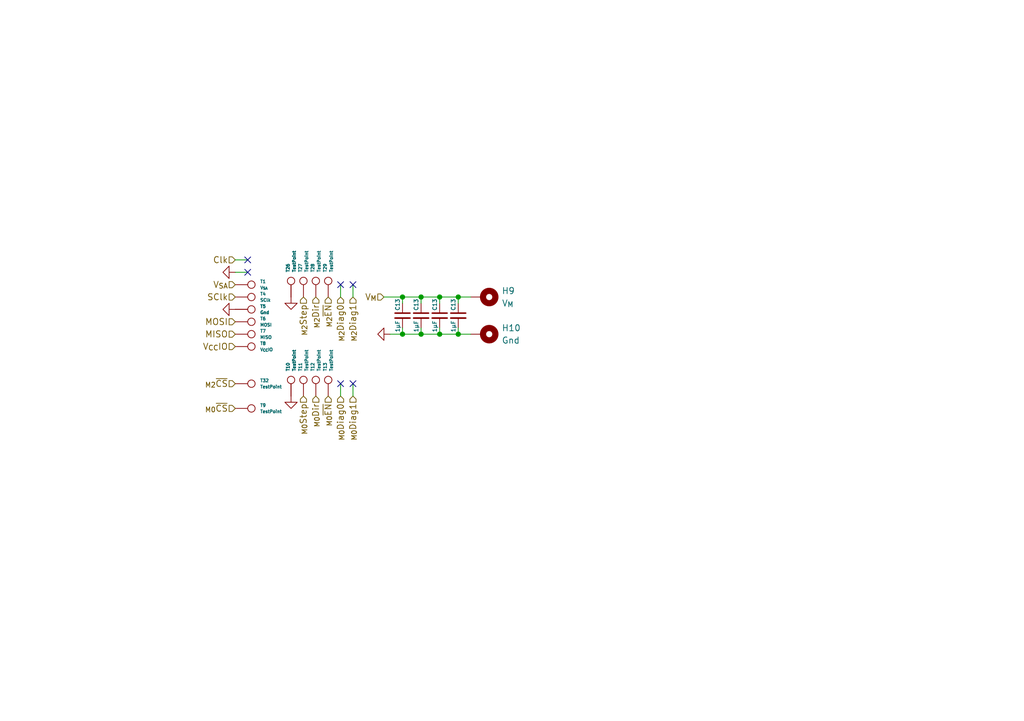
<source format=kicad_sch>
(kicad_sch (version 20230121) (generator eeschema)
  (paper "A5")
  (title_block (title "Motor Expansion Socket"))
  (lib_symbols
    (symbol "Connector:TestPoint" (pin_numbers hide) (pin_names (offset 0.762) hide)
      (property "Reference" "TP" (at 0 6.858 0))
      (property "Value" "TestPoint" (at 0 5.08 0))
      (symbol "TestPoint_0_1"
        (circle (center 0 3.302) (radius 0.762))
      )
      (symbol "TestPoint_1_1"
        (pin passive line (at 0 0 90) (length 2.54) (name "1") (number "1"))
      )
    )
    (symbol "Device:C_Small" (pin_numbers hide) (pin_names (offset 0.254) hide)
      (property "Reference" "C" (at 0.254 1.778 0))
      (property "Value" "C_Small" (at 0.254 -2.032 0))
      (symbol "C_Small_0_1"
        (polyline (pts (xy -1.524 -0.508) (xy 1.524 -0.508)) (stroke (width 0.3302)))
        (polyline (pts (xy -1.524 0.508) (xy 1.524 0.508)) (stroke (width 0.3048)))
      )
      (symbol "C_Small_1_1"
        (pin passive line (at 0 2.54 270) (length 2.032) (name "~") (number "1"))
        (pin passive line (at 0 -2.54 90) (length 2.032) (name "~") (number "2"))
      )
    )
    (symbol "Mechanical:MountingHole_Pad" (pin_numbers hide) (pin_names (offset 1.016) hide)
      (property "Reference" "H" (at 0 6.35 0))
      (property "Value" "MountingHole_Pad" (at 0 4.445 0))
      (symbol "MountingHole_Pad_0_1"
        (circle (center 0 1.27) (radius 1.27) (stroke (width 1.27)))
      )
      (symbol "MountingHole_Pad_1_1"
        (pin input line (at 0 -2.54 90) (length 2.54) (name "1") (number "1"))
      )
    )
    (symbol "power:GND" (power) (pin_names (offset 0))
      (property "Value" "GND" (at 0 -3.81 0))
      (symbol "GND_0_1"
        (polyline (pts (xy 0 0) (xy 0 -1.27) (xy 1.27 -1.27) (xy 0 -2.54) (xy -1.27 -1.27) (xy 0 -1.27)))
      )
      (symbol "GND_1_1"
        (pin power_in line (at 0 0 270) (length 0) hide (name "GND") (number "1"))
      )
    )
  )
  (junction (at 90.17 60.96))
  (junction (at 90.17 68.58))
  (junction (at 93.98 68.58))
  (junction (at 82.55 60.96))
  (junction (at 86.36 60.96))
  (junction (at 82.55 68.58))
  (junction (at 93.98 60.96))
  (junction (at 86.36 68.58))
  (no_connect (at 72.39 58.42))
  (no_connect (at 50.8 55.88))
  (no_connect (at 72.39 78.74))
  (no_connect (at 69.85 78.74))
  (no_connect (at 69.85 58.42))
  (no_connect (at 50.8 53.34))
  (wire (pts (xy 78.74 60.96) (xy 82.55 60.96)))
  (wire (pts (xy 69.85 58.42) (xy 69.85 60.96)))
  (wire (pts (xy 72.39 78.74) (xy 72.39 81.28)))
  (wire (pts (xy 93.98 68.58) (xy 96.52 68.58)))
  (wire (pts (xy 90.17 62.23) (xy 90.17 60.96)))
  (wire (pts (xy 93.98 62.23) (xy 93.98 60.96)))
  (wire (pts (xy 80.01 68.58) (xy 82.55 68.58)))
  (wire (pts (xy 90.17 67.31) (xy 90.17 68.58)))
  (wire (pts (xy 72.39 58.42) (xy 72.39 60.96)))
  (wire (pts (xy 86.36 68.58) (xy 90.17 68.58)))
  (wire (pts (xy 82.55 68.58) (xy 86.36 68.58)))
  (wire (pts (xy 82.55 67.31) (xy 82.55 68.58)))
  (wire (pts (xy 69.85 78.74) (xy 69.85 81.28)))
  (wire (pts (xy 82.55 62.23) (xy 82.55 60.96)))
  (wire (pts (xy 86.36 62.23) (xy 86.36 60.96)))
  (wire (pts (xy 90.17 68.58) (xy 93.98 68.58)))
  (wire (pts (xy 93.98 60.96) (xy 96.52 60.96)))
  (wire (pts (xy 86.36 67.31) (xy 86.36 68.58)))
  (wire (pts (xy 82.55 60.96) (xy 86.36 60.96)))
  (wire (pts (xy 48.26 55.88) (xy 50.8 55.88)))
  (wire (pts (xy 48.26 53.34) (xy 50.8 53.34)))
  (wire (pts (xy 93.98 67.31) (xy 93.98 68.58)))
  (wire (pts (xy 90.17 60.96) (xy 93.98 60.96)))
  (wire (pts (xy 86.36 60.96) (xy 90.17 60.96)))
  (hierarchical_label "V_{M}" (shape input) (at 78.74 60.96 180))
  (hierarchical_label "V_{SA}" (shape input) (at 48.26 58.42 180))
  (hierarchical_label "_{M0}~{EN}" (shape input) (at 67.31 81.28 270))
  (hierarchical_label "_{M2}Diag0" (shape input) (at 69.85 60.96 270))
  (hierarchical_label "MOSI" (shape input) (at 48.26 66.04 180))
  (hierarchical_label "MISO" (shape input) (at 48.26 68.58 180))
  (hierarchical_label "_{M0}Diag1" (shape input) (at 72.39 81.28 270))
  (hierarchical_label "_{M2}~{EN}" (shape input) (at 67.31 60.96 270))
  (hierarchical_label "_{M0}Dir" (shape input) (at 64.77 81.28 270))
  (hierarchical_label "_{M2}~{CS}" (shape input) (at 48.26 78.74 180))
  (hierarchical_label "_{M2}Dir" (shape input) (at 64.77 60.96 270))
  (hierarchical_label "_{M0}Diag0" (shape input) (at 69.85 81.28 270))
  (hierarchical_label "_{M0}~{CS}" (shape input) (at 48.26 83.82 180))
  (hierarchical_label "SClk" (shape input) (at 48.26 60.96 180))
  (hierarchical_label "_{M0}Step" (shape input) (at 62.23 81.28 270))
  (hierarchical_label "Clk" (shape input) (at 48.26 53.34 180))
  (hierarchical_label "_{M2}Diag1" (shape input) (at 72.39 60.96 270))
  (hierarchical_label "V_{CC}IO" (shape input) (at 48.26 71.12 180))
  (hierarchical_label "_{M2}Step" (shape input) (at 62.23 60.96 270))
  (symbol (lib_id "Mechanical:MountingHole_Pad") (at 99.06 60.96 270) (unit 1)
    (property "Reference" "H9" (at 102.87 59.69 90) (effects (justify left)))
    (property "Value" "V_{M}" (at 102.87 62.23 90) (effects (justify left)))
    (property "Footprint" "corevus:M3_M2.5_PCB_Nut" (effects hide))
    (instances (project "mainboard" (path "" (reference "H9") (unit 1)) (path "" (reference "H5") (unit 1))))
  )
  (symbol (lib_id "Connector:TestPoint") (at 48.26 66.04 270) (unit 1)
    (property "Reference" "T6" (at 53.34 65.405 90) (effects (font (size 0.635 0.635)) (justify left)))
    (property "Value" "MOSI" (at 53.34 66.675 90) (effects (font (size 0.635 0.635)) (justify left)))
    (property "Footprint" "corevus:LGA_Spring" (effects hide))
    (instances (project "mainboard" (path "" (reference "T6") (unit 1)) (path "" (reference "T38") (unit 1))))
  )
  (symbol (lib_id "Connector:TestPoint") (at 48.26 71.12 270) (unit 1)
    (property "Reference" "T8" (at 53.34 70.485 90) (effects (font (size 0.635 0.635)) (justify left)))
    (property "Value" "V_{CC}IO" (at 53.34 71.755 90) (effects (font (size 0.635 0.635)) (justify left)))
    (property "Footprint" "corevus:LGA_Spring" (effects hide))
    (instances (project "mainboard" (path "" (reference "T8") (unit 1)) (path "" (reference "T40") (unit 1))))
  )
  (symbol (lib_id "power:GND") (at 48.26 63.5 270) (mirror x) (unit 1)
    (property "Reference" "#PWR?" (effects hide))
    (property "Value" "GND" (effects hide))
    (instances (project "mainboard" (path "" (reference "#PWR?") (unit 1)) (path "" (reference "#PWR096") (unit 1)) (path "" (reference "#PWR0188") (unit 1))))
  )
  (symbol (lib_id "Connector:TestPoint") (at 59.69 81.28 0) (unit 1)
    (property "Reference" "T10" (at 59.055 76.2 90) (effects (font (size 0.635 0.635)) (justify left)))
    (property "Value" "TestPoint" (at 60.325 76.2 90) (effects (font (size 0.635 0.635)) (justify left)))
    (property "Footprint" "corevus:LGA_Spring" (effects hide))
    (instances (project "mainboard" (path "" (reference "T10") (unit 1)) (path "" (reference "T44") (unit 1))))
  )
  (symbol (lib_id "Device:C_Small") (at 86.36 64.77 0) (unit 1)
    (property "Reference" "C13" (at 85.36 63.77 90) (effects (font (size 0.8 0.8)) (justify left)))
    (property "Value" "1μF" (at 85.36 65.77 90) (effects (font (size 0.8 0.8)) (justify right)))
    (property "Footprint" "Capacitor_SMD:C_0805_2012Metric" (effects hide))
    (instances (project "driver-tmc5160" (path "" (reference "C13") (unit 1))) (project "mainboard" (path "" (reference "C44") (unit 1)) (path "" (reference "C56") (unit 1)) (path "" (reference "C60") (unit 1)) (path "" (reference "C61") (unit 1))))
  )
  (symbol (lib_id "Connector:TestPoint") (at 62.23 60.96 0) (unit 1)
    (property "Reference" "T27" (at 61.595 55.88 90) (effects (font (size 0.635 0.635)) (justify left)))
    (property "Value" "TestPoint" (at 62.865 55.88 90) (effects (font (size 0.635 0.635)) (justify left)))
    (property "Footprint" "corevus:LGA_Spring" (effects hide))
    (instances (project "mainboard" (path "" (reference "T27") (unit 1)) (path "" (reference "T45") (unit 1))))
  )
  (symbol (lib_id "Connector:TestPoint") (at 64.77 60.96 0) (unit 1)
    (property "Reference" "T28" (at 64.135 55.88 90) (effects (font (size 0.635 0.635)) (justify left)))
    (property "Value" "TestPoint" (at 65.405 55.88 90) (effects (font (size 0.635 0.635)) (justify left)))
    (property "Footprint" "corevus:LGA_Spring" (effects hide))
    (instances (project "mainboard" (path "" (reference "T28") (unit 1)) (path "" (reference "T47") (unit 1))))
  )
  (symbol (lib_id "Connector:TestPoint") (at 67.31 81.28 0) (unit 1)
    (property "Reference" "T13" (at 66.675 76.2 90) (effects (font (size 0.635 0.635)) (justify left)))
    (property "Value" "TestPoint" (at 67.945 76.2 90) (effects (font (size 0.635 0.635)) (justify left)))
    (property "Footprint" "corevus:LGA_Spring" (effects hide))
    (instances (project "mainboard" (path "" (reference "T13") (unit 1)) (path "" (reference "T50") (unit 1))))
  )
  (symbol (lib_id "power:GND") (at 59.69 81.28 0) (mirror y) (unit 1)
    (property "Reference" "#PWR?" (effects hide))
    (property "Value" "GND" (effects hide))
    (instances (project "mainboard" (path "" (reference "#PWR?") (unit 1)) (path "" (reference "#PWR097") (unit 1)) (path "" (reference "#PWR0193") (unit 1))))
  )
  (symbol (lib_id "Device:C_Small") (at 90.17 64.77 0) (unit 1)
    (property "Reference" "C13" (at 89.17 63.77 90) (effects (font (size 0.8 0.8)) (justify left)))
    (property "Value" "1μF" (at 89.17 65.77 90) (effects (font (size 0.8 0.8)) (justify right)))
    (property "Footprint" "Capacitor_SMD:C_0805_2012Metric" (effects hide))
    (instances (project "driver-tmc5160" (path "" (reference "C13") (unit 1))) (project "mainboard" (path "" (reference "C44") (unit 1)) (path "" (reference "C56") (unit 1)) (path "" (reference "C62") (unit 1)) (path "" (reference "C64") (unit 1))))
  )
  (symbol (lib_id "Connector:TestPoint") (at 48.26 83.82 270) (unit 1)
    (property "Reference" "T9" (at 53.34 83.185 90) (effects (font (size 0.635 0.635)) (justify left)))
    (property "Value" "TestPoint" (at 53.34 84.455 90) (effects (font (size 0.635 0.635)) (justify left)))
    (property "Footprint" "corevus:LGA_Spring" (effects hide))
    (instances (project "mainboard" (path "" (reference "T9") (unit 1)) (path "" (reference "T41") (unit 1))))
  )
  (symbol (lib_id "Connector:TestPoint") (at 48.26 78.74 270) (unit 1)
    (property "Reference" "T32" (at 53.34 78.105 90) (effects (font (size 0.635 0.635)) (justify left)))
    (property "Value" "TestPoint" (at 53.34 79.375 90) (effects (font (size 0.635 0.635)) (justify left)))
    (property "Footprint" "corevus:LGA_Spring" (effects hide))
    (instances (project "mainboard" (path "" (reference "T32") (unit 1)) (path "" (reference "T42") (unit 1))))
  )
  (symbol (lib_id "Connector:TestPoint") (at 48.26 68.58 270) (unit 1)
    (property "Reference" "T7" (at 53.34 67.945 90) (effects (font (size 0.635 0.635)) (justify left)))
    (property "Value" "MISO" (at 53.34 69.215 90) (effects (font (size 0.635 0.635)) (justify left)))
    (property "Footprint" "corevus:LGA_Spring" (effects hide))
    (instances (project "mainboard" (path "" (reference "T7") (unit 1)) (path "" (reference "T39") (unit 1))))
  )
  (symbol (lib_id "Connector:TestPoint") (at 48.26 60.96 270) (unit 1)
    (property "Reference" "T4" (at 53.34 60.325 90) (effects (font (size 0.635 0.635)) (justify left)))
    (property "Value" "SClk" (at 53.34 61.595 90) (effects (font (size 0.635 0.635)) (justify left)))
    (property "Footprint" "corevus:LGA_Spring" (effects hide))
    (instances (project "mainboard" (path "" (reference "T4") (unit 1)) (path "" (reference "T36") (unit 1))))
  )
  (symbol (lib_id "Connector:TestPoint") (at 48.26 58.42 270) (unit 1)
    (property "Reference" "T1" (at 53.34 57.785 90) (effects (font (size 0.635 0.635)) (justify left)))
    (property "Value" "V_{SA}" (at 53.34 59.055 90) (effects (font (size 0.635 0.635)) (justify left)))
    (property "Footprint" "corevus:LGA_Spring" (effects hide))
    (instances (project "mainboard" (path "" (reference "T1") (unit 1)) (path "" (reference "T33") (unit 1))))
  )
  (symbol (lib_id "Connector:TestPoint") (at 59.69 60.96 0) (unit 1)
    (property "Reference" "T26" (at 59.055 55.88 90) (effects (font (size 0.635 0.635)) (justify left)))
    (property "Value" "TestPoint" (at 60.325 55.88 90) (effects (font (size 0.635 0.635)) (justify left)))
    (property "Footprint" "corevus:LGA_Spring" (effects hide))
    (instances (project "mainboard" (path "" (reference "T26") (unit 1)) (path "" (reference "T43") (unit 1))))
  )
  (symbol (lib_id "Connector:TestPoint") (at 48.26 63.5 270) (unit 1)
    (property "Reference" "T5" (at 53.34 62.865 90) (effects (font (size 0.635 0.635)) (justify left)))
    (property "Value" "Gnd" (at 53.34 64.135 90) (effects (font (size 0.635 0.635)) (justify left)))
    (property "Footprint" "corevus:LGA_Spring" (effects hide))
    (instances (project "mainboard" (path "" (reference "T5") (unit 1)) (path "" (reference "T37") (unit 1))))
  )
  (symbol (lib_id "Connector:TestPoint") (at 62.23 81.28 0) (unit 1)
    (property "Reference" "T11" (at 61.595 76.2 90) (effects (font (size 0.635 0.635)) (justify left)))
    (property "Value" "TestPoint" (at 62.865 76.2 90) (effects (font (size 0.635 0.635)) (justify left)))
    (property "Footprint" "corevus:LGA_Spring" (effects hide))
    (instances (project "mainboard" (path "" (reference "T11") (unit 1)) (path "" (reference "T46") (unit 1))))
  )
  (symbol (lib_id "Device:C_Small") (at 82.55 64.77 0) (unit 1)
    (property "Reference" "C13" (at 81.55 63.77 90) (effects (font (size 0.8 0.8)) (justify left)))
    (property "Value" "1μF" (at 81.55 65.77 90) (effects (font (size 0.8 0.8)) (justify right)))
    (property "Footprint" "Capacitor_SMD:C_0805_2012Metric" (effects hide))
    (instances (project "driver-tmc5160" (path "" (reference "C13") (unit 1))) (project "mainboard" (path "" (reference "C44") (unit 1)) (path "" (reference "C56") (unit 1)) (path "" (reference "C58") (unit 1)) (path "" (reference "C59") (unit 1))))
  )
  (symbol (lib_id "Mechanical:MountingHole_Pad") (at 99.06 68.58 270) (unit 1)
    (property "Reference" "H10" (at 102.87 67.31 90) (effects (justify left)))
    (property "Value" "Gnd" (at 102.87 69.85 90) (effects (justify left)))
    (property "Footprint" "corevus:M3_M2.5_PCB_Nut" (effects hide))
    (instances (project "mainboard" (path "" (reference "H10") (unit 1)) (path "" (reference "H6") (unit 1))))
  )
  (symbol (lib_id "Connector:TestPoint") (at 64.77 81.28 0) (unit 1)
    (property "Reference" "T12" (at 64.135 76.2 90) (effects (font (size 0.635 0.635)) (justify left)))
    (property "Value" "TestPoint" (at 65.405 76.2 90) (effects (font (size 0.635 0.635)) (justify left)))
    (property "Footprint" "corevus:LGA_Spring" (effects hide))
    (instances (project "mainboard" (path "" (reference "T12") (unit 1)) (path "" (reference "T48") (unit 1))))
  )
  (symbol (lib_id "Connector:TestPoint") (at 67.31 60.96 0) (unit 1)
    (property "Reference" "T29" (at 66.675 55.88 90) (effects (font (size 0.635 0.635)) (justify left)))
    (property "Value" "TestPoint" (at 67.945 55.88 90) (effects (font (size 0.635 0.635)) (justify left)))
    (property "Footprint" "corevus:LGA_Spring" (effects hide))
    (instances (project "mainboard" (path "" (reference "T29") (unit 1)) (path "" (reference "T49") (unit 1))))
  )
  (symbol (lib_id "power:GND") (at 59.69 60.96 0) (mirror y) (unit 1)
    (property "Reference" "#PWR?" (effects hide))
    (property "Value" "GND" (effects hide))
    (instances (project "mainboard" (path "" (reference "#PWR?") (unit 1)) (path "" (reference "#PWR0176") (unit 1)) (path "" (reference "#PWR0189") (unit 1))))
  )
  (symbol (lib_id "power:GND") (at 48.26 55.88 270) (mirror x) (unit 1)
    (property "Reference" "#PWR?" (effects hide))
    (property "Value" "GND" (effects hide))
    (instances (project "mainboard" (path "" (reference "#PWR?") (unit 1)) (path "" (reference "#PWR095") (unit 1)) (path "" (reference "#PWR0187") (unit 1))))
  )
  (symbol (lib_id "power:GND") (at 80.01 68.58 270) (unit 1)
    (property "Reference" "#PWR?" (effects hide))
    (property "Value" "GND" (effects hide))
    (instances (project "mainboard" (path "" (reference "#PWR?") (unit 1)) (path "" (reference "#PWR098") (unit 1)) (path "" (reference "#PWR0194") (unit 1))))
  )
  (symbol (lib_id "Device:C_Small") (at 93.98 64.77 0) (unit 1)
    (property "Reference" "C13" (at 92.98 63.77 90) (effects (font (size 0.8 0.8)) (justify left)))
    (property "Value" "1μF" (at 92.98 65.77 90) (effects (font (size 0.8 0.8)) (justify right)))
    (property "Footprint" "Capacitor_SMD:C_0805_2012Metric" (effects hide))
    (instances (project "driver-tmc5160" (path "" (reference "C13") (unit 1))) (project "mainboard" (path "" (reference "C44") (unit 1)) (path "" (reference "C56") (unit 1)) (path "" (reference "C63") (unit 1)) (path "" (reference "C65") (unit 1))))
  )
)
</source>
